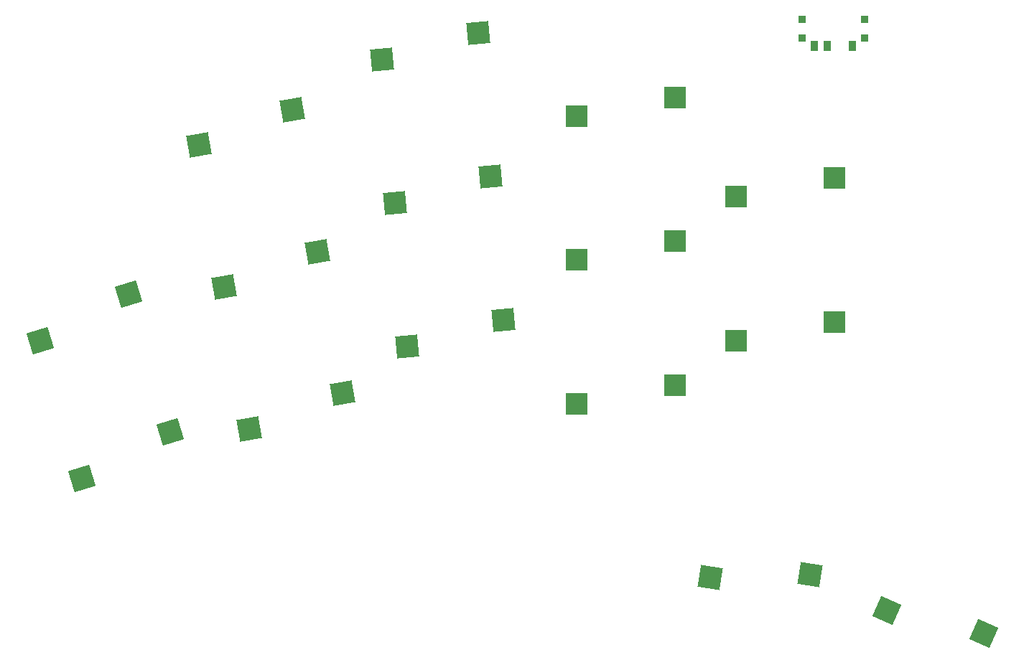
<source format=gtp>
%TF.GenerationSoftware,KiCad,Pcbnew,(6.0.4)*%
%TF.CreationDate,2022-05-21T21:26:49+02:00*%
%TF.ProjectId,battoota,62617474-6f6f-4746-912e-6b696361645f,v1.0.0*%
%TF.SameCoordinates,Original*%
%TF.FileFunction,Paste,Top*%
%TF.FilePolarity,Positive*%
%FSLAX46Y46*%
G04 Gerber Fmt 4.6, Leading zero omitted, Abs format (unit mm)*
G04 Created by KiCad (PCBNEW (6.0.4)) date 2022-05-21 21:26:49*
%MOMM*%
%LPD*%
G01*
G04 APERTURE LIST*
G04 Aperture macros list*
%AMRotRect*
0 Rectangle, with rotation*
0 The origin of the aperture is its center*
0 $1 length*
0 $2 width*
0 $3 Rotation angle, in degrees counterclockwise*
0 Add horizontal line*
21,1,$1,$2,0,0,$3*%
G04 Aperture macros list end*
%ADD10RotRect,2.600000X2.600000X10.000000*%
%ADD11RotRect,2.600000X2.600000X5.000000*%
%ADD12R,2.600000X2.600000*%
%ADD13R,0.900000X0.900000*%
%ADD14R,0.900000X1.250000*%
%ADD15RotRect,2.600000X2.600000X336.000000*%
%ADD16RotRect,2.600000X2.600000X17.000000*%
%ADD17RotRect,2.600000X2.600000X351.000000*%
G04 APERTURE END LIST*
D10*
%TO.C,S11*%
X73579149Y111173371D03*
X62586645Y107001157D03*
%TD*%
D11*
%TO.C,S15*%
X96965604Y103326961D03*
X85651298Y100128683D03*
%TD*%
D12*
%TO.C,S21*%
X118686087Y95636017D03*
X107136087Y93436017D03*
%TD*%
D13*
%TO.C,T1*%
X141068406Y119651838D03*
X133668406Y121851838D03*
X141068406Y121851838D03*
X133668406Y119651838D03*
D14*
X139618406Y118676838D03*
X136618406Y118676838D03*
X135118406Y118676838D03*
%TD*%
D12*
%TO.C,S29*%
X137493280Y103103254D03*
X125943280Y100903254D03*
%TD*%
D15*
%TO.C,S33*%
X155126735Y49341787D03*
X143680465Y52029795D03*
%TD*%
D10*
%TO.C,S7*%
X79483187Y77689907D03*
X68490683Y73517693D03*
%TD*%
D16*
%TO.C,S5*%
X54234545Y89377494D03*
X43832443Y83896730D03*
%TD*%
D12*
%TO.C,S27*%
X137493280Y86103254D03*
X125943280Y83903254D03*
%TD*%
D10*
%TO.C,S9*%
X76531168Y94431639D03*
X65538664Y90259425D03*
%TD*%
D11*
%TO.C,S13*%
X98447252Y86391651D03*
X87132946Y83193373D03*
%TD*%
%TO.C,S17*%
X95483957Y120262271D03*
X84169651Y117063993D03*
%TD*%
D17*
%TO.C,S31*%
X134641582Y56301432D03*
X122889626Y55935335D03*
%TD*%
D16*
%TO.C,S3*%
X59204864Y73120313D03*
X48802762Y67639549D03*
%TD*%
D12*
%TO.C,S23*%
X118686087Y112636017D03*
X107136087Y110436017D03*
%TD*%
%TO.C,S19*%
X118686087Y78636017D03*
X107136087Y76436017D03*
%TD*%
M02*

</source>
